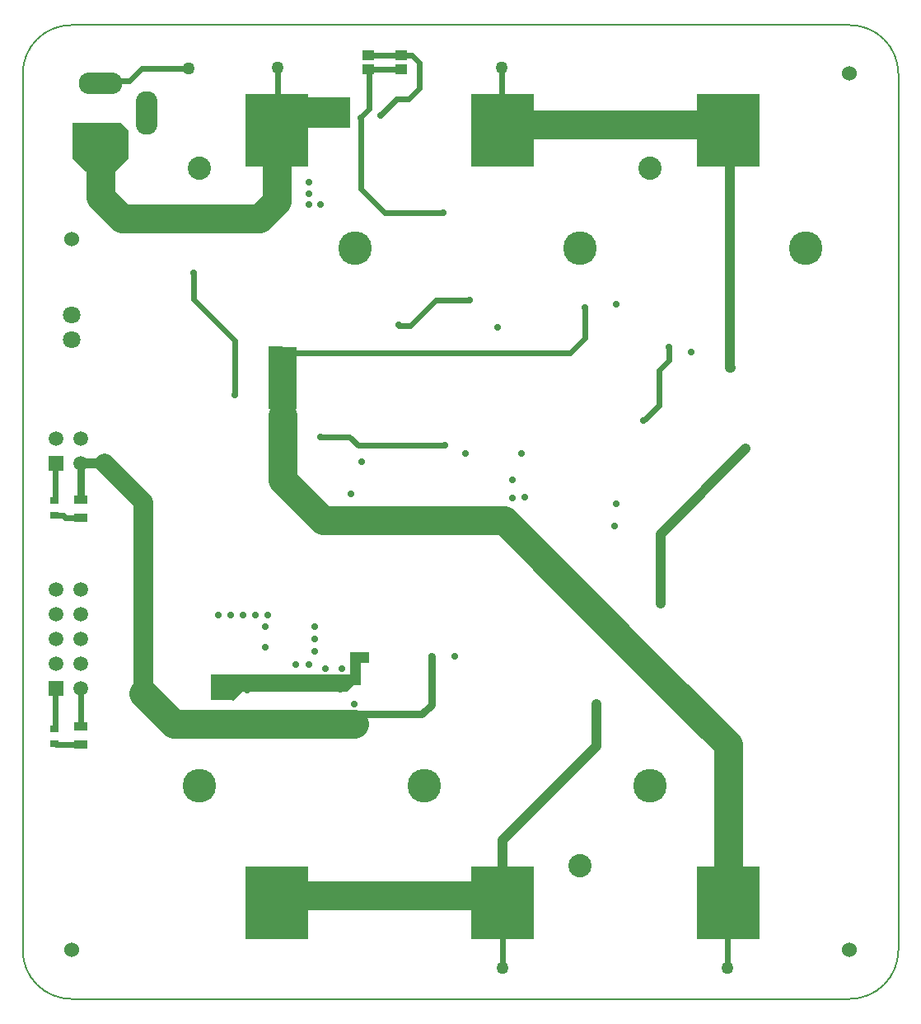
<source format=gbl>
G04*
G04 #@! TF.GenerationSoftware,Altium Limited,Altium Designer,21.1.1 (26)*
G04*
G04 Layer_Physical_Order=4*
G04 Layer_Color=16711680*
%FSLAX25Y25*%
%MOIN*%
G70*
G04*
G04 #@! TF.SameCoordinates,FA9CCD81-432D-44E0-922B-AB4CBE4C0170*
G04*
G04*
G04 #@! TF.FilePolarity,Positive*
G04*
G01*
G75*
%ADD15C,0.00591*%
%ADD18R,0.05315X0.03740*%
%ADD24R,0.03543X0.02559*%
%ADD31C,0.05000*%
%ADD62C,0.02756*%
%ADD63C,0.02362*%
%ADD64C,0.03937*%
%ADD65C,0.03150*%
%ADD68C,0.13583*%
%ADD69C,0.09409*%
%ADD70C,0.05906*%
%ADD71R,0.05906X0.05906*%
%ADD72C,0.07087*%
%ADD73O,0.17717X0.08858*%
%ADD74O,0.19685X0.09843*%
%ADD75O,0.08858X0.17717*%
%ADD76C,0.06000*%
%ADD78C,0.07874*%
%ADD87R,0.25472X0.29370*%
%ADD88R,0.04528X0.04134*%
%ADD89C,0.11811*%
G36*
X140256Y140059D02*
X140256Y135925D01*
X136713D01*
X136713Y126772D01*
X133858D01*
X131299Y124213D01*
X88681Y124213D01*
X85039Y120571D01*
X84842Y120768D01*
X76181D01*
Y131299D01*
X121356D01*
X121870Y131087D01*
X122816D01*
X123329Y131299D01*
X128148D01*
X128661Y131087D01*
X129607D01*
X130120Y131299D01*
X132087D01*
X132382Y131595D01*
X132382Y140059D01*
X140256Y140059D01*
D02*
G37*
G36*
X110827Y263583D02*
Y238386D01*
X99606D01*
Y263681D01*
X110827Y263583D01*
D02*
G37*
G36*
X39764Y354035D02*
X42913Y350886D01*
X42913Y339764D01*
X37303Y334154D01*
X25394Y334350D01*
X20276Y339469D01*
Y354035D01*
X39764Y354035D01*
D02*
G37*
G36*
X132579Y352264D02*
X132480Y352165D01*
X100000D01*
Y364370D01*
X100098Y364469D01*
X132579D01*
Y352264D01*
D02*
G37*
D15*
X354331Y374016D02*
G03*
X334646Y393701I-19685J0D01*
G01*
Y0D02*
G03*
X354331Y19685I0J19685D01*
G01*
X19685Y393701D02*
G03*
X0Y374016I0J-19685D01*
G01*
X0Y19685D02*
G03*
X19685Y0I19685J0D01*
G01*
X354331Y19685D02*
Y374016D01*
X19685Y0D02*
X334646D01*
X0Y19685D02*
Y374016D01*
X19685Y393701D02*
X334646D01*
D18*
X23425Y201772D02*
D03*
Y194488D02*
D03*
Y110039D02*
D03*
Y102756D02*
D03*
D24*
X12697Y201476D02*
D03*
Y195571D02*
D03*
Y103150D02*
D03*
Y109055D02*
D03*
D31*
X31693Y327165D02*
D03*
X285236Y12500D02*
D03*
X193898Y376378D02*
D03*
X194193Y12402D02*
D03*
X67323Y376083D02*
D03*
X103150Y376378D02*
D03*
D62*
X258071Y159941D02*
D03*
X128463Y125068D02*
D03*
Y128119D02*
D03*
X239469Y191043D02*
D03*
X240059Y200098D02*
D03*
X203248Y202756D02*
D03*
X198228Y202559D02*
D03*
X201969Y220571D02*
D03*
X198228Y209941D02*
D03*
X179134Y220571D02*
D03*
X165354Y138583D02*
D03*
X90453Y129528D02*
D03*
X90748Y125000D02*
D03*
X86614Y125098D02*
D03*
X86811Y129626D02*
D03*
X174705Y138476D02*
D03*
X137304Y217225D02*
D03*
X132776Y204233D02*
D03*
X120473Y321261D02*
D03*
X115847D02*
D03*
X115862Y325642D02*
D03*
X115847Y330217D02*
D03*
X227461Y279627D02*
D03*
X270473Y261418D02*
D03*
X192127Y271654D02*
D03*
X240060Y280906D02*
D03*
X232087Y119193D02*
D03*
X292618Y222441D02*
D03*
X286417Y255217D02*
D03*
X85827Y244094D02*
D03*
X69291Y293504D02*
D03*
X251181Y233800D02*
D03*
X261614Y263484D02*
D03*
X152067Y272441D02*
D03*
X180905Y282579D02*
D03*
X170722Y223816D02*
D03*
X120571Y227264D02*
D03*
X170079Y317717D02*
D03*
X144685Y357185D02*
D03*
X121260Y356398D02*
D03*
Y360827D02*
D03*
X125689Y356398D02*
D03*
X130413D02*
D03*
Y360827D02*
D03*
X125689D02*
D03*
X136811Y356299D02*
D03*
X106299Y251969D02*
D03*
X101673Y252067D02*
D03*
Y256594D02*
D03*
X106201Y256496D02*
D03*
Y261122D02*
D03*
X101772Y261221D02*
D03*
X98130Y142224D02*
D03*
Y150492D02*
D03*
X99114Y155315D02*
D03*
X94144D02*
D03*
X89173D02*
D03*
X84203D02*
D03*
X79232D02*
D03*
X137992Y137894D02*
D03*
X134206Y111319D02*
D03*
X134153Y115059D02*
D03*
Y119291D02*
D03*
X121752Y114469D02*
D03*
X129134Y133465D02*
D03*
X122343D02*
D03*
X115748Y135335D02*
D03*
X110531D02*
D03*
X118110Y140650D02*
D03*
Y145571D02*
D03*
Y150492D02*
D03*
D63*
X13061Y201476D02*
X13160Y201575D01*
Y216073D01*
X12697Y201476D02*
X13061D01*
X13160Y216073D02*
X13622Y216535D01*
X16339Y195472D02*
X17323Y194488D01*
X23425D01*
X12697Y195571D02*
X12795Y195472D01*
X16339D01*
X227461Y267224D02*
Y279626D01*
X221358Y261122D02*
X227461Y267224D01*
X106201Y261122D02*
X221358D01*
X13061Y109055D02*
X13160Y109153D01*
X12697Y109055D02*
X13061D01*
X13160Y109153D02*
Y125207D01*
X13622Y125669D01*
X12697Y103150D02*
X13189D01*
X13583Y102756D02*
X23425D01*
X13189Y103150D02*
X13583Y102756D01*
X23524Y125571D02*
X23622Y125669D01*
X23425Y110039D02*
X23524Y110138D01*
Y125571D01*
X189768Y41819D02*
X194193Y37394D01*
X69291Y282776D02*
Y293504D01*
Y282776D02*
X85827Y266240D01*
Y244094D02*
Y266240D01*
X190268Y353681D02*
X193898Y357311D01*
Y376378D01*
X103150Y348721D02*
Y376378D01*
X102854Y348425D02*
X103150Y348721D01*
X43270Y371322D02*
X48031Y376083D01*
X67323D01*
X31496Y370079D02*
X32739Y371322D01*
X43270D01*
X194193Y12402D02*
Y37394D01*
X285236Y12500D02*
Y38504D01*
X285433Y38701D01*
X257382Y240001D02*
Y254035D01*
X251181Y233800D02*
X257382Y240001D01*
Y254035D02*
X261614Y258268D01*
Y263484D01*
X152067Y272441D02*
X152264Y272244D01*
X156988D01*
X167323Y282579D01*
X180905D01*
X135728Y223819D02*
X170866D01*
X132283Y227264D02*
X135728Y223819D01*
X120571Y227264D02*
X132283D01*
X136811Y327559D02*
X146653Y317717D01*
X136811Y327559D02*
Y356299D01*
X146653Y317717D02*
X170079D01*
X153051Y381496D02*
X153144Y381403D01*
X157475D02*
X160335Y378543D01*
Y368012D02*
Y378543D01*
X153144Y381403D02*
X157475D01*
X151181Y363681D02*
X156004D01*
X160335Y368012D01*
X139862Y381496D02*
X153051D01*
X144685Y357185D02*
X151181Y363681D01*
X139862Y375787D02*
X153051D01*
X140256Y359814D02*
Y375394D01*
X139862Y375787D02*
X140256Y375394D01*
X136811Y356299D02*
Y356369D01*
X140256Y359814D01*
D64*
X258071Y159941D02*
Y187894D01*
X23622Y216535D02*
X33169D01*
X232087Y102264D02*
Y119193D01*
X194144Y64321D02*
X232087Y102264D01*
X194144Y38701D02*
Y64321D01*
X258071Y187894D02*
X292618Y222441D01*
X286319Y255315D02*
Y350177D01*
Y255315D02*
X286417Y255217D01*
X285433Y351063D02*
X286319Y350177D01*
D65*
X165354Y118799D02*
Y138583D01*
X161614Y115059D02*
X165354Y118799D01*
X134153Y115059D02*
X161614D01*
X23425Y201772D02*
X23524Y201870D01*
Y216437D01*
X23622Y216535D01*
D68*
X162648Y86221D02*
D03*
X225640Y303543D02*
D03*
X134350D02*
D03*
X71358Y86221D02*
D03*
X316929Y303543D02*
D03*
X253937Y86221D02*
D03*
D69*
X225640Y53858D02*
D03*
X71358Y335906D02*
D03*
X253937D02*
D03*
D70*
X23622Y135669D02*
D03*
X23622Y145669D02*
D03*
Y125669D02*
D03*
Y155669D02*
D03*
X23622Y165669D02*
D03*
X13622Y145669D02*
D03*
Y155669D02*
D03*
Y135669D02*
D03*
Y165669D02*
D03*
X23622Y226535D02*
D03*
X13622D02*
D03*
X23622Y216535D02*
D03*
D71*
X13622Y125669D02*
D03*
X13622Y216535D02*
D03*
D72*
X19685Y276654D02*
D03*
Y266653D02*
D03*
D73*
X31496Y370079D02*
D03*
D74*
Y346457D02*
D03*
D75*
X50000Y358268D02*
D03*
D76*
X334646Y374016D02*
D03*
Y19685D02*
D03*
X19685Y307087D02*
D03*
Y19685D02*
D03*
D78*
X48917Y123425D02*
Y200787D01*
X33169Y216535D02*
X48917Y200787D01*
D87*
X194144Y38701D02*
D03*
Y351063D02*
D03*
X102854D02*
D03*
Y38701D02*
D03*
X285433Y351063D02*
D03*
Y38701D02*
D03*
D88*
X153051Y381496D02*
D03*
X153051Y375787D02*
D03*
X139862Y381496D02*
D03*
X139862Y375787D02*
D03*
D89*
X61024Y111319D02*
X134206D01*
X48917Y123425D02*
X61024Y111319D01*
X194811Y193405D02*
X257961Y130256D01*
X105118Y209941D02*
X121654Y193405D01*
X194811D01*
X105118Y209941D02*
Y235957D01*
X257961Y130256D02*
X257961D01*
X285433Y102783D01*
Y38201D02*
Y102783D01*
X190518Y353431D02*
X277518D01*
X31496Y324016D02*
X40059Y315453D01*
X95669D01*
X102854Y322638D01*
Y348425D01*
X31496Y324016D02*
Y346457D01*
X103268Y41819D02*
X189768D01*
X102768Y42319D02*
X103268Y41819D01*
X277518Y353431D02*
X277768Y353181D01*
X190268Y353681D02*
X190518Y353431D01*
M02*

</source>
